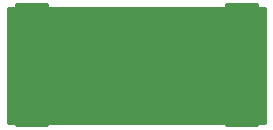
<source format=gto>
G04 (created by PCBNEW (2013-07-07 BZR 4022)-stable) date 12/26/2013 7:03:51 PM*
%MOIN*%
G04 Gerber Fmt 3.4, Leading zero omitted, Abs format*
%FSLAX34Y34*%
G01*
G70*
G90*
G04 APERTURE LIST*
%ADD10C,0.00590551*%
%ADD11C,0.012*%
%ADD12C,0.01*%
G04 APERTURE END LIST*
G54D10*
G54D11*
X58500Y-39401D02*
X58500Y-39401D01*
X59500Y-39401D02*
X58500Y-39401D01*
X58500Y-39401D02*
X58500Y-39401D01*
X58500Y-39401D02*
X58500Y-35401D01*
X58500Y-35401D02*
X59500Y-35401D01*
X59500Y-35401D02*
X59500Y-39401D01*
X59500Y-38401D02*
X58500Y-38401D01*
X65500Y-39401D02*
X65500Y-39401D01*
X66500Y-39401D02*
X65500Y-39401D01*
X65500Y-39401D02*
X65500Y-39401D01*
X65500Y-39401D02*
X65500Y-35401D01*
X65500Y-35401D02*
X66500Y-35401D01*
X66500Y-35401D02*
X66500Y-39401D01*
X66500Y-38401D02*
X65500Y-38401D01*
G54D10*
G36*
X66761Y-39320D02*
X58199Y-39320D01*
X58199Y-35483D01*
X66761Y-35483D01*
X66761Y-39320D01*
X66761Y-39320D01*
G37*
G54D12*
X66761Y-39320D02*
X58199Y-39320D01*
X58199Y-35483D01*
X66761Y-35483D01*
X66761Y-39320D01*
M02*

</source>
